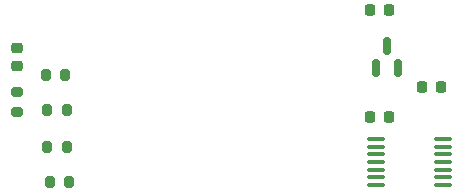
<source format=gtp>
G04 #@! TF.GenerationSoftware,KiCad,Pcbnew,(6.0.10)*
G04 #@! TF.CreationDate,2023-01-16T18:28:26-05:00*
G04 #@! TF.ProjectId,at2xt,61743278-742e-46b6-9963-61645f706362,rev?*
G04 #@! TF.SameCoordinates,PX9fdfbc0PY31a8670*
G04 #@! TF.FileFunction,Paste,Top*
G04 #@! TF.FilePolarity,Positive*
%FSLAX46Y46*%
G04 Gerber Fmt 4.6, Leading zero omitted, Abs format (unit mm)*
G04 Created by KiCad (PCBNEW (6.0.10)) date 2023-01-16 18:28:26*
%MOMM*%
%LPD*%
G01*
G04 APERTURE LIST*
G04 Aperture macros list*
%AMRoundRect*
0 Rectangle with rounded corners*
0 $1 Rounding radius*
0 $2 $3 $4 $5 $6 $7 $8 $9 X,Y pos of 4 corners*
0 Add a 4 corners polygon primitive as box body*
4,1,4,$2,$3,$4,$5,$6,$7,$8,$9,$2,$3,0*
0 Add four circle primitives for the rounded corners*
1,1,$1+$1,$2,$3*
1,1,$1+$1,$4,$5*
1,1,$1+$1,$6,$7*
1,1,$1+$1,$8,$9*
0 Add four rect primitives between the rounded corners*
20,1,$1+$1,$2,$3,$4,$5,0*
20,1,$1+$1,$4,$5,$6,$7,0*
20,1,$1+$1,$6,$7,$8,$9,0*
20,1,$1+$1,$8,$9,$2,$3,0*%
G04 Aperture macros list end*
%ADD10RoundRect,0.100000X-0.637500X-0.100000X0.637500X-0.100000X0.637500X0.100000X-0.637500X0.100000X0*%
%ADD11RoundRect,0.150000X0.150000X-0.587500X0.150000X0.587500X-0.150000X0.587500X-0.150000X-0.587500X0*%
%ADD12RoundRect,0.200000X-0.200000X-0.275000X0.200000X-0.275000X0.200000X0.275000X-0.200000X0.275000X0*%
%ADD13RoundRect,0.200000X0.275000X-0.200000X0.275000X0.200000X-0.275000X0.200000X-0.275000X-0.200000X0*%
%ADD14RoundRect,0.225000X-0.225000X-0.250000X0.225000X-0.250000X0.225000X0.250000X-0.225000X0.250000X0*%
%ADD15RoundRect,0.225000X0.250000X-0.225000X0.250000X0.225000X-0.250000X0.225000X-0.250000X-0.225000X0*%
G04 APERTURE END LIST*
D10*
G04 #@! TO.C,U2*
X-9212500Y-14560000D03*
X-9212500Y-15210000D03*
X-9212500Y-15860000D03*
X-9212500Y-16510000D03*
X-9212500Y-17160000D03*
X-9212500Y-17810000D03*
X-9212500Y-18460000D03*
X-3487500Y-18460000D03*
X-3487500Y-17810000D03*
X-3487500Y-17160000D03*
X-3487500Y-16510000D03*
X-3487500Y-15860000D03*
X-3487500Y-15210000D03*
X-3487500Y-14560000D03*
G04 #@! TD*
D11*
G04 #@! TO.C,U1*
X-9205000Y-8557500D03*
X-7305000Y-8557500D03*
X-8255000Y-6682500D03*
G04 #@! TD*
D12*
G04 #@! TO.C,R5*
X-36830000Y-18192500D03*
X-35180000Y-18192500D03*
G04 #@! TD*
G04 #@! TO.C,R4*
X-37020000Y-12142500D03*
X-35370000Y-12142500D03*
G04 #@! TD*
G04 #@! TO.C,R3*
X-37140000Y-9112500D03*
X-35490000Y-9112500D03*
G04 #@! TD*
G04 #@! TO.C,R2*
X-35370000Y-15240000D03*
X-37020000Y-15240000D03*
G04 #@! TD*
D13*
G04 #@! TO.C,R1*
X-39612500Y-10605000D03*
X-39612500Y-12255000D03*
G04 #@! TD*
D14*
G04 #@! TO.C,C4*
X-8115000Y-12700000D03*
X-9665000Y-12700000D03*
G04 #@! TD*
D15*
G04 #@! TO.C,C3*
X-39605000Y-8395000D03*
X-39605000Y-6845000D03*
G04 #@! TD*
D14*
G04 #@! TO.C,C2*
X-8104420Y-3685000D03*
X-9654420Y-3685000D03*
G04 #@! TD*
G04 #@! TO.C,C1*
X-3705000Y-10160000D03*
X-5255000Y-10160000D03*
G04 #@! TD*
M02*

</source>
